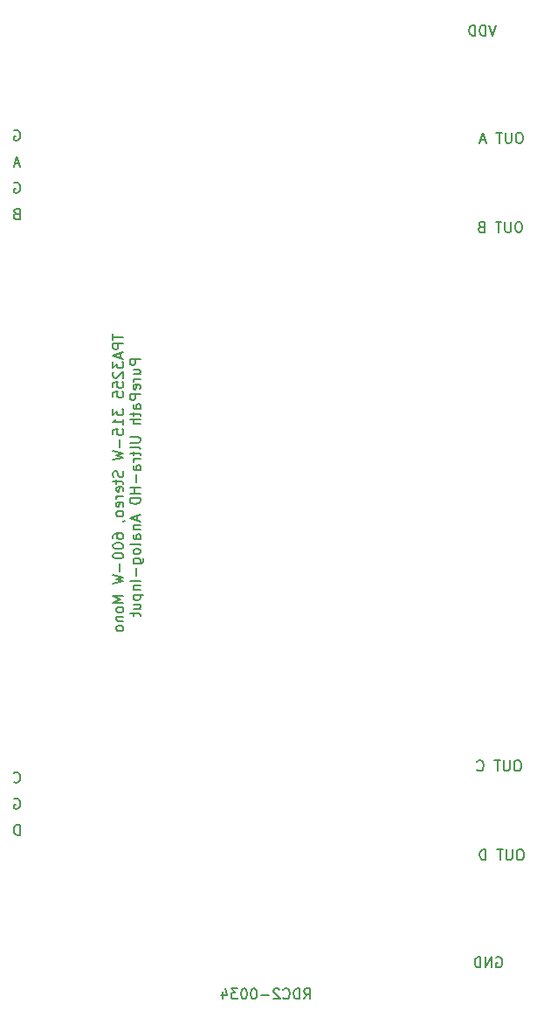
<source format=gbr>
G04 #@! TF.FileFunction,Legend,Bot*
%FSLAX46Y46*%
G04 Gerber Fmt 4.6, Leading zero omitted, Abs format (unit mm)*
G04 Created by KiCad (PCBNEW 4.0.5) date 07/06/18 10:07:35*
%MOMM*%
%LPD*%
G01*
G04 APERTURE LIST*
%ADD10C,0.100000*%
%ADD11C,0.150000*%
G04 APERTURE END LIST*
D10*
D11*
X74668095Y-48395000D02*
X74763333Y-48347381D01*
X74906190Y-48347381D01*
X75049048Y-48395000D01*
X75144286Y-48490238D01*
X75191905Y-48585476D01*
X75239524Y-48775952D01*
X75239524Y-48918810D01*
X75191905Y-49109286D01*
X75144286Y-49204524D01*
X75049048Y-49299762D01*
X74906190Y-49347381D01*
X74810952Y-49347381D01*
X74668095Y-49299762D01*
X74620476Y-49252143D01*
X74620476Y-48918810D01*
X74810952Y-48918810D01*
X102750476Y-132532381D02*
X103083810Y-132056190D01*
X103321905Y-132532381D02*
X103321905Y-131532381D01*
X102940952Y-131532381D01*
X102845714Y-131580000D01*
X102798095Y-131627619D01*
X102750476Y-131722857D01*
X102750476Y-131865714D01*
X102798095Y-131960952D01*
X102845714Y-132008571D01*
X102940952Y-132056190D01*
X103321905Y-132056190D01*
X102321905Y-132532381D02*
X102321905Y-131532381D01*
X102083810Y-131532381D01*
X101940952Y-131580000D01*
X101845714Y-131675238D01*
X101798095Y-131770476D01*
X101750476Y-131960952D01*
X101750476Y-132103810D01*
X101798095Y-132294286D01*
X101845714Y-132389524D01*
X101940952Y-132484762D01*
X102083810Y-132532381D01*
X102321905Y-132532381D01*
X100750476Y-132437143D02*
X100798095Y-132484762D01*
X100940952Y-132532381D01*
X101036190Y-132532381D01*
X101179048Y-132484762D01*
X101274286Y-132389524D01*
X101321905Y-132294286D01*
X101369524Y-132103810D01*
X101369524Y-131960952D01*
X101321905Y-131770476D01*
X101274286Y-131675238D01*
X101179048Y-131580000D01*
X101036190Y-131532381D01*
X100940952Y-131532381D01*
X100798095Y-131580000D01*
X100750476Y-131627619D01*
X100369524Y-131627619D02*
X100321905Y-131580000D01*
X100226667Y-131532381D01*
X99988571Y-131532381D01*
X99893333Y-131580000D01*
X99845714Y-131627619D01*
X99798095Y-131722857D01*
X99798095Y-131818095D01*
X99845714Y-131960952D01*
X100417143Y-132532381D01*
X99798095Y-132532381D01*
X99369524Y-132151429D02*
X98607619Y-132151429D01*
X97940953Y-131532381D02*
X97845714Y-131532381D01*
X97750476Y-131580000D01*
X97702857Y-131627619D01*
X97655238Y-131722857D01*
X97607619Y-131913333D01*
X97607619Y-132151429D01*
X97655238Y-132341905D01*
X97702857Y-132437143D01*
X97750476Y-132484762D01*
X97845714Y-132532381D01*
X97940953Y-132532381D01*
X98036191Y-132484762D01*
X98083810Y-132437143D01*
X98131429Y-132341905D01*
X98179048Y-132151429D01*
X98179048Y-131913333D01*
X98131429Y-131722857D01*
X98083810Y-131627619D01*
X98036191Y-131580000D01*
X97940953Y-131532381D01*
X96988572Y-131532381D02*
X96893333Y-131532381D01*
X96798095Y-131580000D01*
X96750476Y-131627619D01*
X96702857Y-131722857D01*
X96655238Y-131913333D01*
X96655238Y-132151429D01*
X96702857Y-132341905D01*
X96750476Y-132437143D01*
X96798095Y-132484762D01*
X96893333Y-132532381D01*
X96988572Y-132532381D01*
X97083810Y-132484762D01*
X97131429Y-132437143D01*
X97179048Y-132341905D01*
X97226667Y-132151429D01*
X97226667Y-131913333D01*
X97179048Y-131722857D01*
X97131429Y-131627619D01*
X97083810Y-131580000D01*
X96988572Y-131532381D01*
X96321905Y-131532381D02*
X95702857Y-131532381D01*
X96036191Y-131913333D01*
X95893333Y-131913333D01*
X95798095Y-131960952D01*
X95750476Y-132008571D01*
X95702857Y-132103810D01*
X95702857Y-132341905D01*
X95750476Y-132437143D01*
X95798095Y-132484762D01*
X95893333Y-132532381D01*
X96179048Y-132532381D01*
X96274286Y-132484762D01*
X96321905Y-132437143D01*
X94845714Y-131865714D02*
X94845714Y-132532381D01*
X95083810Y-131484762D02*
X95321905Y-132199048D01*
X94702857Y-132199048D01*
X75191905Y-116657381D02*
X75191905Y-115657381D01*
X74953810Y-115657381D01*
X74810952Y-115705000D01*
X74715714Y-115800238D01*
X74668095Y-115895476D01*
X74620476Y-116085952D01*
X74620476Y-116228810D01*
X74668095Y-116419286D01*
X74715714Y-116514524D01*
X74810952Y-116609762D01*
X74953810Y-116657381D01*
X75191905Y-116657381D01*
X74668095Y-113165000D02*
X74763333Y-113117381D01*
X74906190Y-113117381D01*
X75049048Y-113165000D01*
X75144286Y-113260238D01*
X75191905Y-113355476D01*
X75239524Y-113545952D01*
X75239524Y-113688810D01*
X75191905Y-113879286D01*
X75144286Y-113974524D01*
X75049048Y-114069762D01*
X74906190Y-114117381D01*
X74810952Y-114117381D01*
X74668095Y-114069762D01*
X74620476Y-114022143D01*
X74620476Y-113688810D01*
X74810952Y-113688810D01*
X74620476Y-111482143D02*
X74668095Y-111529762D01*
X74810952Y-111577381D01*
X74906190Y-111577381D01*
X75049048Y-111529762D01*
X75144286Y-111434524D01*
X75191905Y-111339286D01*
X75239524Y-111148810D01*
X75239524Y-111005952D01*
X75191905Y-110815476D01*
X75144286Y-110720238D01*
X75049048Y-110625000D01*
X74906190Y-110577381D01*
X74810952Y-110577381D01*
X74668095Y-110625000D01*
X74620476Y-110672619D01*
X74858571Y-56443571D02*
X74715714Y-56491190D01*
X74668095Y-56538810D01*
X74620476Y-56634048D01*
X74620476Y-56776905D01*
X74668095Y-56872143D01*
X74715714Y-56919762D01*
X74810952Y-56967381D01*
X75191905Y-56967381D01*
X75191905Y-55967381D01*
X74858571Y-55967381D01*
X74763333Y-56015000D01*
X74715714Y-56062619D01*
X74668095Y-56157857D01*
X74668095Y-56253095D01*
X74715714Y-56348333D01*
X74763333Y-56395952D01*
X74858571Y-56443571D01*
X75191905Y-56443571D01*
X74668095Y-53475000D02*
X74763333Y-53427381D01*
X74906190Y-53427381D01*
X75049048Y-53475000D01*
X75144286Y-53570238D01*
X75191905Y-53665476D01*
X75239524Y-53855952D01*
X75239524Y-53998810D01*
X75191905Y-54189286D01*
X75144286Y-54284524D01*
X75049048Y-54379762D01*
X74906190Y-54427381D01*
X74810952Y-54427381D01*
X74668095Y-54379762D01*
X74620476Y-54332143D01*
X74620476Y-53998810D01*
X74810952Y-53998810D01*
X75168095Y-51601667D02*
X74691904Y-51601667D01*
X75263333Y-51887381D02*
X74930000Y-50887381D01*
X74596666Y-51887381D01*
X121411904Y-128532000D02*
X121507142Y-128484381D01*
X121649999Y-128484381D01*
X121792857Y-128532000D01*
X121888095Y-128627238D01*
X121935714Y-128722476D01*
X121983333Y-128912952D01*
X121983333Y-129055810D01*
X121935714Y-129246286D01*
X121888095Y-129341524D01*
X121792857Y-129436762D01*
X121649999Y-129484381D01*
X121554761Y-129484381D01*
X121411904Y-129436762D01*
X121364285Y-129389143D01*
X121364285Y-129055810D01*
X121554761Y-129055810D01*
X120935714Y-129484381D02*
X120935714Y-128484381D01*
X120364285Y-129484381D01*
X120364285Y-128484381D01*
X119888095Y-129484381D02*
X119888095Y-128484381D01*
X119650000Y-128484381D01*
X119507142Y-128532000D01*
X119411904Y-128627238D01*
X119364285Y-128722476D01*
X119316666Y-128912952D01*
X119316666Y-129055810D01*
X119364285Y-129246286D01*
X119411904Y-129341524D01*
X119507142Y-129436762D01*
X119650000Y-129484381D01*
X119888095Y-129484381D01*
X121348333Y-38187381D02*
X121015000Y-39187381D01*
X120681666Y-38187381D01*
X120348333Y-39187381D02*
X120348333Y-38187381D01*
X120110238Y-38187381D01*
X119967380Y-38235000D01*
X119872142Y-38330238D01*
X119824523Y-38425476D01*
X119776904Y-38615952D01*
X119776904Y-38758810D01*
X119824523Y-38949286D01*
X119872142Y-39044524D01*
X119967380Y-39139762D01*
X120110238Y-39187381D01*
X120348333Y-39187381D01*
X119348333Y-39187381D02*
X119348333Y-38187381D01*
X119110238Y-38187381D01*
X118967380Y-38235000D01*
X118872142Y-38330238D01*
X118824523Y-38425476D01*
X118776904Y-38615952D01*
X118776904Y-38758810D01*
X118824523Y-38949286D01*
X118872142Y-39044524D01*
X118967380Y-39139762D01*
X119110238Y-39187381D01*
X119348333Y-39187381D01*
X84225381Y-68121475D02*
X84225381Y-68692904D01*
X85225381Y-68407189D02*
X84225381Y-68407189D01*
X85225381Y-69026237D02*
X84225381Y-69026237D01*
X84225381Y-69407190D01*
X84273000Y-69502428D01*
X84320619Y-69550047D01*
X84415857Y-69597666D01*
X84558714Y-69597666D01*
X84653952Y-69550047D01*
X84701571Y-69502428D01*
X84749190Y-69407190D01*
X84749190Y-69026237D01*
X84939667Y-69978618D02*
X84939667Y-70454809D01*
X85225381Y-69883380D02*
X84225381Y-70216713D01*
X85225381Y-70550047D01*
X84225381Y-70788142D02*
X84225381Y-71407190D01*
X84606333Y-71073856D01*
X84606333Y-71216714D01*
X84653952Y-71311952D01*
X84701571Y-71359571D01*
X84796810Y-71407190D01*
X85034905Y-71407190D01*
X85130143Y-71359571D01*
X85177762Y-71311952D01*
X85225381Y-71216714D01*
X85225381Y-70930999D01*
X85177762Y-70835761D01*
X85130143Y-70788142D01*
X84320619Y-71788142D02*
X84273000Y-71835761D01*
X84225381Y-71930999D01*
X84225381Y-72169095D01*
X84273000Y-72264333D01*
X84320619Y-72311952D01*
X84415857Y-72359571D01*
X84511095Y-72359571D01*
X84653952Y-72311952D01*
X85225381Y-71740523D01*
X85225381Y-72359571D01*
X84225381Y-73264333D02*
X84225381Y-72788142D01*
X84701571Y-72740523D01*
X84653952Y-72788142D01*
X84606333Y-72883380D01*
X84606333Y-73121476D01*
X84653952Y-73216714D01*
X84701571Y-73264333D01*
X84796810Y-73311952D01*
X85034905Y-73311952D01*
X85130143Y-73264333D01*
X85177762Y-73216714D01*
X85225381Y-73121476D01*
X85225381Y-72883380D01*
X85177762Y-72788142D01*
X85130143Y-72740523D01*
X84225381Y-74216714D02*
X84225381Y-73740523D01*
X84701571Y-73692904D01*
X84653952Y-73740523D01*
X84606333Y-73835761D01*
X84606333Y-74073857D01*
X84653952Y-74169095D01*
X84701571Y-74216714D01*
X84796810Y-74264333D01*
X85034905Y-74264333D01*
X85130143Y-74216714D01*
X85177762Y-74169095D01*
X85225381Y-74073857D01*
X85225381Y-73835761D01*
X85177762Y-73740523D01*
X85130143Y-73692904D01*
X84225381Y-75359571D02*
X84225381Y-75978619D01*
X84606333Y-75645285D01*
X84606333Y-75788143D01*
X84653952Y-75883381D01*
X84701571Y-75931000D01*
X84796810Y-75978619D01*
X85034905Y-75978619D01*
X85130143Y-75931000D01*
X85177762Y-75883381D01*
X85225381Y-75788143D01*
X85225381Y-75502428D01*
X85177762Y-75407190D01*
X85130143Y-75359571D01*
X85225381Y-76931000D02*
X85225381Y-76359571D01*
X85225381Y-76645285D02*
X84225381Y-76645285D01*
X84368238Y-76550047D01*
X84463476Y-76454809D01*
X84511095Y-76359571D01*
X84225381Y-77835762D02*
X84225381Y-77359571D01*
X84701571Y-77311952D01*
X84653952Y-77359571D01*
X84606333Y-77454809D01*
X84606333Y-77692905D01*
X84653952Y-77788143D01*
X84701571Y-77835762D01*
X84796810Y-77883381D01*
X85034905Y-77883381D01*
X85130143Y-77835762D01*
X85177762Y-77788143D01*
X85225381Y-77692905D01*
X85225381Y-77454809D01*
X85177762Y-77359571D01*
X85130143Y-77311952D01*
X84844429Y-78311952D02*
X84844429Y-79073857D01*
X84225381Y-79454809D02*
X85225381Y-79692904D01*
X84511095Y-79883381D01*
X85225381Y-80073857D01*
X84225381Y-80311952D01*
X85177762Y-81407190D02*
X85225381Y-81550047D01*
X85225381Y-81788143D01*
X85177762Y-81883381D01*
X85130143Y-81931000D01*
X85034905Y-81978619D01*
X84939667Y-81978619D01*
X84844429Y-81931000D01*
X84796810Y-81883381D01*
X84749190Y-81788143D01*
X84701571Y-81597666D01*
X84653952Y-81502428D01*
X84606333Y-81454809D01*
X84511095Y-81407190D01*
X84415857Y-81407190D01*
X84320619Y-81454809D01*
X84273000Y-81502428D01*
X84225381Y-81597666D01*
X84225381Y-81835762D01*
X84273000Y-81978619D01*
X84558714Y-82264333D02*
X84558714Y-82645285D01*
X84225381Y-82407190D02*
X85082524Y-82407190D01*
X85177762Y-82454809D01*
X85225381Y-82550047D01*
X85225381Y-82645285D01*
X85177762Y-83359572D02*
X85225381Y-83264334D01*
X85225381Y-83073857D01*
X85177762Y-82978619D01*
X85082524Y-82931000D01*
X84701571Y-82931000D01*
X84606333Y-82978619D01*
X84558714Y-83073857D01*
X84558714Y-83264334D01*
X84606333Y-83359572D01*
X84701571Y-83407191D01*
X84796810Y-83407191D01*
X84892048Y-82931000D01*
X85225381Y-83835762D02*
X84558714Y-83835762D01*
X84749190Y-83835762D02*
X84653952Y-83883381D01*
X84606333Y-83931000D01*
X84558714Y-84026238D01*
X84558714Y-84121477D01*
X85177762Y-84835763D02*
X85225381Y-84740525D01*
X85225381Y-84550048D01*
X85177762Y-84454810D01*
X85082524Y-84407191D01*
X84701571Y-84407191D01*
X84606333Y-84454810D01*
X84558714Y-84550048D01*
X84558714Y-84740525D01*
X84606333Y-84835763D01*
X84701571Y-84883382D01*
X84796810Y-84883382D01*
X84892048Y-84407191D01*
X85225381Y-85454810D02*
X85177762Y-85359572D01*
X85130143Y-85311953D01*
X85034905Y-85264334D01*
X84749190Y-85264334D01*
X84653952Y-85311953D01*
X84606333Y-85359572D01*
X84558714Y-85454810D01*
X84558714Y-85597668D01*
X84606333Y-85692906D01*
X84653952Y-85740525D01*
X84749190Y-85788144D01*
X85034905Y-85788144D01*
X85130143Y-85740525D01*
X85177762Y-85692906D01*
X85225381Y-85597668D01*
X85225381Y-85454810D01*
X85177762Y-86264334D02*
X85225381Y-86264334D01*
X85320619Y-86216715D01*
X85368238Y-86169096D01*
X84225381Y-87883382D02*
X84225381Y-87692905D01*
X84273000Y-87597667D01*
X84320619Y-87550048D01*
X84463476Y-87454810D01*
X84653952Y-87407191D01*
X85034905Y-87407191D01*
X85130143Y-87454810D01*
X85177762Y-87502429D01*
X85225381Y-87597667D01*
X85225381Y-87788144D01*
X85177762Y-87883382D01*
X85130143Y-87931001D01*
X85034905Y-87978620D01*
X84796810Y-87978620D01*
X84701571Y-87931001D01*
X84653952Y-87883382D01*
X84606333Y-87788144D01*
X84606333Y-87597667D01*
X84653952Y-87502429D01*
X84701571Y-87454810D01*
X84796810Y-87407191D01*
X84225381Y-88597667D02*
X84225381Y-88692906D01*
X84273000Y-88788144D01*
X84320619Y-88835763D01*
X84415857Y-88883382D01*
X84606333Y-88931001D01*
X84844429Y-88931001D01*
X85034905Y-88883382D01*
X85130143Y-88835763D01*
X85177762Y-88788144D01*
X85225381Y-88692906D01*
X85225381Y-88597667D01*
X85177762Y-88502429D01*
X85130143Y-88454810D01*
X85034905Y-88407191D01*
X84844429Y-88359572D01*
X84606333Y-88359572D01*
X84415857Y-88407191D01*
X84320619Y-88454810D01*
X84273000Y-88502429D01*
X84225381Y-88597667D01*
X84225381Y-89550048D02*
X84225381Y-89645287D01*
X84273000Y-89740525D01*
X84320619Y-89788144D01*
X84415857Y-89835763D01*
X84606333Y-89883382D01*
X84844429Y-89883382D01*
X85034905Y-89835763D01*
X85130143Y-89788144D01*
X85177762Y-89740525D01*
X85225381Y-89645287D01*
X85225381Y-89550048D01*
X85177762Y-89454810D01*
X85130143Y-89407191D01*
X85034905Y-89359572D01*
X84844429Y-89311953D01*
X84606333Y-89311953D01*
X84415857Y-89359572D01*
X84320619Y-89407191D01*
X84273000Y-89454810D01*
X84225381Y-89550048D01*
X84844429Y-90311953D02*
X84844429Y-91073858D01*
X84225381Y-91454810D02*
X85225381Y-91692905D01*
X84511095Y-91883382D01*
X85225381Y-92073858D01*
X84225381Y-92311953D01*
X85225381Y-93454810D02*
X84225381Y-93454810D01*
X84939667Y-93788144D01*
X84225381Y-94121477D01*
X85225381Y-94121477D01*
X85225381Y-94740524D02*
X85177762Y-94645286D01*
X85130143Y-94597667D01*
X85034905Y-94550048D01*
X84749190Y-94550048D01*
X84653952Y-94597667D01*
X84606333Y-94645286D01*
X84558714Y-94740524D01*
X84558714Y-94883382D01*
X84606333Y-94978620D01*
X84653952Y-95026239D01*
X84749190Y-95073858D01*
X85034905Y-95073858D01*
X85130143Y-95026239D01*
X85177762Y-94978620D01*
X85225381Y-94883382D01*
X85225381Y-94740524D01*
X84558714Y-95502429D02*
X85225381Y-95502429D01*
X84653952Y-95502429D02*
X84606333Y-95550048D01*
X84558714Y-95645286D01*
X84558714Y-95788144D01*
X84606333Y-95883382D01*
X84701571Y-95931001D01*
X85225381Y-95931001D01*
X85225381Y-96550048D02*
X85177762Y-96454810D01*
X85130143Y-96407191D01*
X85034905Y-96359572D01*
X84749190Y-96359572D01*
X84653952Y-96407191D01*
X84606333Y-96454810D01*
X84558714Y-96550048D01*
X84558714Y-96692906D01*
X84606333Y-96788144D01*
X84653952Y-96835763D01*
X84749190Y-96883382D01*
X85034905Y-96883382D01*
X85130143Y-96835763D01*
X85177762Y-96788144D01*
X85225381Y-96692906D01*
X85225381Y-96550048D01*
X86875381Y-70550046D02*
X85875381Y-70550046D01*
X85875381Y-70930999D01*
X85923000Y-71026237D01*
X85970619Y-71073856D01*
X86065857Y-71121475D01*
X86208714Y-71121475D01*
X86303952Y-71073856D01*
X86351571Y-71026237D01*
X86399190Y-70930999D01*
X86399190Y-70550046D01*
X86208714Y-71978618D02*
X86875381Y-71978618D01*
X86208714Y-71550046D02*
X86732524Y-71550046D01*
X86827762Y-71597665D01*
X86875381Y-71692903D01*
X86875381Y-71835761D01*
X86827762Y-71930999D01*
X86780143Y-71978618D01*
X86875381Y-72454808D02*
X86208714Y-72454808D01*
X86399190Y-72454808D02*
X86303952Y-72502427D01*
X86256333Y-72550046D01*
X86208714Y-72645284D01*
X86208714Y-72740523D01*
X86827762Y-73454809D02*
X86875381Y-73359571D01*
X86875381Y-73169094D01*
X86827762Y-73073856D01*
X86732524Y-73026237D01*
X86351571Y-73026237D01*
X86256333Y-73073856D01*
X86208714Y-73169094D01*
X86208714Y-73359571D01*
X86256333Y-73454809D01*
X86351571Y-73502428D01*
X86446810Y-73502428D01*
X86542048Y-73026237D01*
X86875381Y-73930999D02*
X85875381Y-73930999D01*
X85875381Y-74311952D01*
X85923000Y-74407190D01*
X85970619Y-74454809D01*
X86065857Y-74502428D01*
X86208714Y-74502428D01*
X86303952Y-74454809D01*
X86351571Y-74407190D01*
X86399190Y-74311952D01*
X86399190Y-73930999D01*
X86875381Y-75359571D02*
X86351571Y-75359571D01*
X86256333Y-75311952D01*
X86208714Y-75216714D01*
X86208714Y-75026237D01*
X86256333Y-74930999D01*
X86827762Y-75359571D02*
X86875381Y-75264333D01*
X86875381Y-75026237D01*
X86827762Y-74930999D01*
X86732524Y-74883380D01*
X86637286Y-74883380D01*
X86542048Y-74930999D01*
X86494429Y-75026237D01*
X86494429Y-75264333D01*
X86446810Y-75359571D01*
X86208714Y-75692904D02*
X86208714Y-76073856D01*
X85875381Y-75835761D02*
X86732524Y-75835761D01*
X86827762Y-75883380D01*
X86875381Y-75978618D01*
X86875381Y-76073856D01*
X86875381Y-76407190D02*
X85875381Y-76407190D01*
X86875381Y-76835762D02*
X86351571Y-76835762D01*
X86256333Y-76788143D01*
X86208714Y-76692905D01*
X86208714Y-76550047D01*
X86256333Y-76454809D01*
X86303952Y-76407190D01*
X85875381Y-78073857D02*
X86684905Y-78073857D01*
X86780143Y-78121476D01*
X86827762Y-78169095D01*
X86875381Y-78264333D01*
X86875381Y-78454810D01*
X86827762Y-78550048D01*
X86780143Y-78597667D01*
X86684905Y-78645286D01*
X85875381Y-78645286D01*
X86875381Y-79264333D02*
X86827762Y-79169095D01*
X86732524Y-79121476D01*
X85875381Y-79121476D01*
X86208714Y-79502429D02*
X86208714Y-79883381D01*
X85875381Y-79645286D02*
X86732524Y-79645286D01*
X86827762Y-79692905D01*
X86875381Y-79788143D01*
X86875381Y-79883381D01*
X86875381Y-80216715D02*
X86208714Y-80216715D01*
X86399190Y-80216715D02*
X86303952Y-80264334D01*
X86256333Y-80311953D01*
X86208714Y-80407191D01*
X86208714Y-80502430D01*
X86875381Y-81264335D02*
X86351571Y-81264335D01*
X86256333Y-81216716D01*
X86208714Y-81121478D01*
X86208714Y-80931001D01*
X86256333Y-80835763D01*
X86827762Y-81264335D02*
X86875381Y-81169097D01*
X86875381Y-80931001D01*
X86827762Y-80835763D01*
X86732524Y-80788144D01*
X86637286Y-80788144D01*
X86542048Y-80835763D01*
X86494429Y-80931001D01*
X86494429Y-81169097D01*
X86446810Y-81264335D01*
X86494429Y-81740525D02*
X86494429Y-82502430D01*
X86875381Y-82978620D02*
X85875381Y-82978620D01*
X86351571Y-82978620D02*
X86351571Y-83550049D01*
X86875381Y-83550049D02*
X85875381Y-83550049D01*
X86875381Y-84026239D02*
X85875381Y-84026239D01*
X85875381Y-84264334D01*
X85923000Y-84407192D01*
X86018238Y-84502430D01*
X86113476Y-84550049D01*
X86303952Y-84597668D01*
X86446810Y-84597668D01*
X86637286Y-84550049D01*
X86732524Y-84502430D01*
X86827762Y-84407192D01*
X86875381Y-84264334D01*
X86875381Y-84026239D01*
X86589667Y-85740525D02*
X86589667Y-86216716D01*
X86875381Y-85645287D02*
X85875381Y-85978620D01*
X86875381Y-86311954D01*
X86208714Y-86645287D02*
X86875381Y-86645287D01*
X86303952Y-86645287D02*
X86256333Y-86692906D01*
X86208714Y-86788144D01*
X86208714Y-86931002D01*
X86256333Y-87026240D01*
X86351571Y-87073859D01*
X86875381Y-87073859D01*
X86875381Y-87978621D02*
X86351571Y-87978621D01*
X86256333Y-87931002D01*
X86208714Y-87835764D01*
X86208714Y-87645287D01*
X86256333Y-87550049D01*
X86827762Y-87978621D02*
X86875381Y-87883383D01*
X86875381Y-87645287D01*
X86827762Y-87550049D01*
X86732524Y-87502430D01*
X86637286Y-87502430D01*
X86542048Y-87550049D01*
X86494429Y-87645287D01*
X86494429Y-87883383D01*
X86446810Y-87978621D01*
X86875381Y-88597668D02*
X86827762Y-88502430D01*
X86732524Y-88454811D01*
X85875381Y-88454811D01*
X86875381Y-89121478D02*
X86827762Y-89026240D01*
X86780143Y-88978621D01*
X86684905Y-88931002D01*
X86399190Y-88931002D01*
X86303952Y-88978621D01*
X86256333Y-89026240D01*
X86208714Y-89121478D01*
X86208714Y-89264336D01*
X86256333Y-89359574D01*
X86303952Y-89407193D01*
X86399190Y-89454812D01*
X86684905Y-89454812D01*
X86780143Y-89407193D01*
X86827762Y-89359574D01*
X86875381Y-89264336D01*
X86875381Y-89121478D01*
X86208714Y-90311955D02*
X87018238Y-90311955D01*
X87113476Y-90264336D01*
X87161095Y-90216717D01*
X87208714Y-90121478D01*
X87208714Y-89978621D01*
X87161095Y-89883383D01*
X86827762Y-90311955D02*
X86875381Y-90216717D01*
X86875381Y-90026240D01*
X86827762Y-89931002D01*
X86780143Y-89883383D01*
X86684905Y-89835764D01*
X86399190Y-89835764D01*
X86303952Y-89883383D01*
X86256333Y-89931002D01*
X86208714Y-90026240D01*
X86208714Y-90216717D01*
X86256333Y-90311955D01*
X86494429Y-90788145D02*
X86494429Y-91550050D01*
X86875381Y-92026240D02*
X85875381Y-92026240D01*
X86208714Y-92502430D02*
X86875381Y-92502430D01*
X86303952Y-92502430D02*
X86256333Y-92550049D01*
X86208714Y-92645287D01*
X86208714Y-92788145D01*
X86256333Y-92883383D01*
X86351571Y-92931002D01*
X86875381Y-92931002D01*
X86208714Y-93407192D02*
X87208714Y-93407192D01*
X86256333Y-93407192D02*
X86208714Y-93502430D01*
X86208714Y-93692907D01*
X86256333Y-93788145D01*
X86303952Y-93835764D01*
X86399190Y-93883383D01*
X86684905Y-93883383D01*
X86780143Y-93835764D01*
X86827762Y-93788145D01*
X86875381Y-93692907D01*
X86875381Y-93502430D01*
X86827762Y-93407192D01*
X86208714Y-94740526D02*
X86875381Y-94740526D01*
X86208714Y-94311954D02*
X86732524Y-94311954D01*
X86827762Y-94359573D01*
X86875381Y-94454811D01*
X86875381Y-94597669D01*
X86827762Y-94692907D01*
X86780143Y-94740526D01*
X86208714Y-95073859D02*
X86208714Y-95454811D01*
X85875381Y-95216716D02*
X86732524Y-95216716D01*
X86827762Y-95264335D01*
X86875381Y-95359573D01*
X86875381Y-95454811D01*
X123800953Y-118070381D02*
X123610476Y-118070381D01*
X123515238Y-118118000D01*
X123420000Y-118213238D01*
X123372381Y-118403714D01*
X123372381Y-118737048D01*
X123420000Y-118927524D01*
X123515238Y-119022762D01*
X123610476Y-119070381D01*
X123800953Y-119070381D01*
X123896191Y-119022762D01*
X123991429Y-118927524D01*
X124039048Y-118737048D01*
X124039048Y-118403714D01*
X123991429Y-118213238D01*
X123896191Y-118118000D01*
X123800953Y-118070381D01*
X122943810Y-118070381D02*
X122943810Y-118879905D01*
X122896191Y-118975143D01*
X122848572Y-119022762D01*
X122753334Y-119070381D01*
X122562857Y-119070381D01*
X122467619Y-119022762D01*
X122420000Y-118975143D01*
X122372381Y-118879905D01*
X122372381Y-118070381D01*
X122039048Y-118070381D02*
X121467619Y-118070381D01*
X121753334Y-119070381D02*
X121753334Y-118070381D01*
X120372381Y-119070381D02*
X120372381Y-118070381D01*
X120134286Y-118070381D01*
X119991428Y-118118000D01*
X119896190Y-118213238D01*
X119848571Y-118308476D01*
X119800952Y-118498952D01*
X119800952Y-118641810D01*
X119848571Y-118832286D01*
X119896190Y-118927524D01*
X119991428Y-119022762D01*
X120134286Y-119070381D01*
X120372381Y-119070381D01*
X123546953Y-109434381D02*
X123356476Y-109434381D01*
X123261238Y-109482000D01*
X123166000Y-109577238D01*
X123118381Y-109767714D01*
X123118381Y-110101048D01*
X123166000Y-110291524D01*
X123261238Y-110386762D01*
X123356476Y-110434381D01*
X123546953Y-110434381D01*
X123642191Y-110386762D01*
X123737429Y-110291524D01*
X123785048Y-110101048D01*
X123785048Y-109767714D01*
X123737429Y-109577238D01*
X123642191Y-109482000D01*
X123546953Y-109434381D01*
X122689810Y-109434381D02*
X122689810Y-110243905D01*
X122642191Y-110339143D01*
X122594572Y-110386762D01*
X122499334Y-110434381D01*
X122308857Y-110434381D01*
X122213619Y-110386762D01*
X122166000Y-110339143D01*
X122118381Y-110243905D01*
X122118381Y-109434381D01*
X121785048Y-109434381D02*
X121213619Y-109434381D01*
X121499334Y-110434381D02*
X121499334Y-109434381D01*
X119546952Y-110339143D02*
X119594571Y-110386762D01*
X119737428Y-110434381D01*
X119832666Y-110434381D01*
X119975524Y-110386762D01*
X120070762Y-110291524D01*
X120118381Y-110196286D01*
X120166000Y-110005810D01*
X120166000Y-109862952D01*
X120118381Y-109672476D01*
X120070762Y-109577238D01*
X119975524Y-109482000D01*
X119832666Y-109434381D01*
X119737428Y-109434381D01*
X119594571Y-109482000D01*
X119546952Y-109529619D01*
X123673953Y-57237381D02*
X123483476Y-57237381D01*
X123388238Y-57285000D01*
X123293000Y-57380238D01*
X123245381Y-57570714D01*
X123245381Y-57904048D01*
X123293000Y-58094524D01*
X123388238Y-58189762D01*
X123483476Y-58237381D01*
X123673953Y-58237381D01*
X123769191Y-58189762D01*
X123864429Y-58094524D01*
X123912048Y-57904048D01*
X123912048Y-57570714D01*
X123864429Y-57380238D01*
X123769191Y-57285000D01*
X123673953Y-57237381D01*
X122816810Y-57237381D02*
X122816810Y-58046905D01*
X122769191Y-58142143D01*
X122721572Y-58189762D01*
X122626334Y-58237381D01*
X122435857Y-58237381D01*
X122340619Y-58189762D01*
X122293000Y-58142143D01*
X122245381Y-58046905D01*
X122245381Y-57237381D01*
X121912048Y-57237381D02*
X121340619Y-57237381D01*
X121626334Y-58237381D02*
X121626334Y-57237381D01*
X119912047Y-57713571D02*
X119769190Y-57761190D01*
X119721571Y-57808810D01*
X119673952Y-57904048D01*
X119673952Y-58046905D01*
X119721571Y-58142143D01*
X119769190Y-58189762D01*
X119864428Y-58237381D01*
X120245381Y-58237381D01*
X120245381Y-57237381D01*
X119912047Y-57237381D01*
X119816809Y-57285000D01*
X119769190Y-57332619D01*
X119721571Y-57427857D01*
X119721571Y-57523095D01*
X119769190Y-57618333D01*
X119816809Y-57665952D01*
X119912047Y-57713571D01*
X120245381Y-57713571D01*
X123729524Y-48601381D02*
X123539047Y-48601381D01*
X123443809Y-48649000D01*
X123348571Y-48744238D01*
X123300952Y-48934714D01*
X123300952Y-49268048D01*
X123348571Y-49458524D01*
X123443809Y-49553762D01*
X123539047Y-49601381D01*
X123729524Y-49601381D01*
X123824762Y-49553762D01*
X123920000Y-49458524D01*
X123967619Y-49268048D01*
X123967619Y-48934714D01*
X123920000Y-48744238D01*
X123824762Y-48649000D01*
X123729524Y-48601381D01*
X122872381Y-48601381D02*
X122872381Y-49410905D01*
X122824762Y-49506143D01*
X122777143Y-49553762D01*
X122681905Y-49601381D01*
X122491428Y-49601381D01*
X122396190Y-49553762D01*
X122348571Y-49506143D01*
X122300952Y-49410905D01*
X122300952Y-48601381D01*
X121967619Y-48601381D02*
X121396190Y-48601381D01*
X121681905Y-49601381D02*
X121681905Y-48601381D01*
X120348571Y-49315667D02*
X119872380Y-49315667D01*
X120443809Y-49601381D02*
X120110476Y-48601381D01*
X119777142Y-49601381D01*
M02*

</source>
